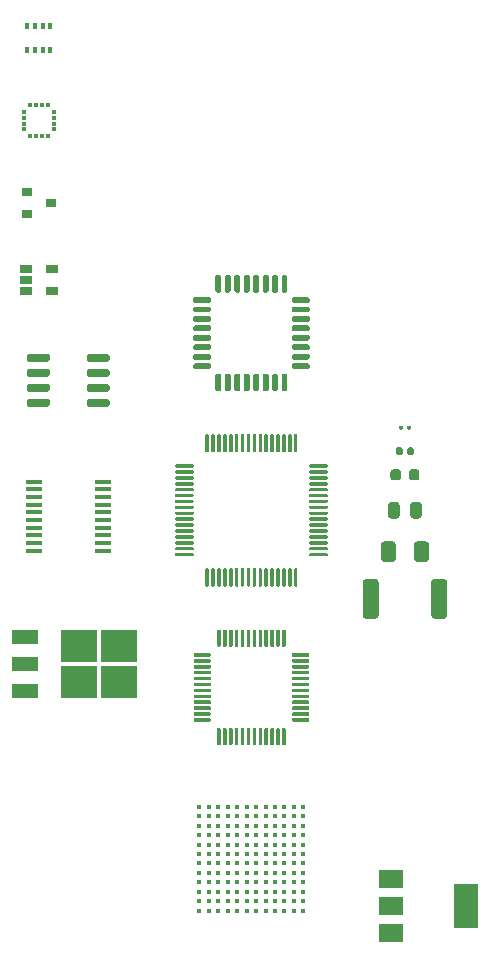
<source format=gbr>
G04 #@! TF.GenerationSoftware,KiCad,Pcbnew,5.1.8-1.fc33*
G04 #@! TF.CreationDate,2021-01-13T18:10:52+01:00*
G04 #@! TF.ProjectId,holder,686f6c64-6572-42e6-9b69-6361645f7063,rev?*
G04 #@! TF.SameCoordinates,Original*
G04 #@! TF.FileFunction,Paste,Top*
G04 #@! TF.FilePolarity,Positive*
%FSLAX46Y46*%
G04 Gerber Fmt 4.6, Leading zero omitted, Abs format (unit mm)*
G04 Created by KiCad (PCBNEW 5.1.8-1.fc33) date 2021-01-13 18:10:52*
%MOMM*%
%LPD*%
G01*
G04 APERTURE LIST*
%ADD10R,2.000000X1.500000*%
%ADD11R,2.000000X3.800000*%
%ADD12C,0.400000*%
%ADD13R,1.060000X0.650000*%
%ADD14R,0.900000X0.800000*%
%ADD15R,3.050000X2.750000*%
%ADD16R,2.200000X1.200000*%
%ADD17R,1.450000X0.450000*%
%ADD18R,0.450000X0.300000*%
%ADD19R,0.300000X0.450000*%
%ADD20R,0.350000X0.500000*%
G04 APERTURE END LIST*
D10*
X200850000Y-135200000D03*
X200850000Y-139800000D03*
X200850000Y-137500000D03*
D11*
X207150000Y-137500000D03*
D12*
X193400000Y-137900000D03*
X192600000Y-137900000D03*
X191800000Y-137900000D03*
X191000000Y-137900000D03*
X190200000Y-137900000D03*
X189400000Y-137900000D03*
X188600000Y-137900000D03*
X187800000Y-137900000D03*
X187000000Y-137900000D03*
X186200000Y-137900000D03*
X185400000Y-137900000D03*
X184600000Y-137900000D03*
X193400000Y-137100000D03*
X192600000Y-137100000D03*
X191800000Y-137100000D03*
X191000000Y-137100000D03*
X190200000Y-137100000D03*
X189400000Y-137100000D03*
X188600000Y-137100000D03*
X187800000Y-137100000D03*
X187000000Y-137100000D03*
X186200000Y-137100000D03*
X185400000Y-137100000D03*
X184600000Y-137100000D03*
X193400000Y-136300000D03*
X192600000Y-136300000D03*
X191800000Y-136300000D03*
X191000000Y-136300000D03*
X190200000Y-136300000D03*
X189400000Y-136300000D03*
X188600000Y-136300000D03*
X187800000Y-136300000D03*
X187000000Y-136300000D03*
X186200000Y-136300000D03*
X185400000Y-136300000D03*
X184600000Y-136300000D03*
X193400000Y-135500000D03*
X192600000Y-135500000D03*
X191800000Y-135500000D03*
X191000000Y-135500000D03*
X190200000Y-135500000D03*
X189400000Y-135500000D03*
X188600000Y-135500000D03*
X187800000Y-135500000D03*
X187000000Y-135500000D03*
X186200000Y-135500000D03*
X185400000Y-135500000D03*
X184600000Y-135500000D03*
X193400000Y-134700000D03*
X192600000Y-134700000D03*
X191800000Y-134700000D03*
X191000000Y-134700000D03*
X190200000Y-134700000D03*
X189400000Y-134700000D03*
X188600000Y-134700000D03*
X187800000Y-134700000D03*
X187000000Y-134700000D03*
X186200000Y-134700000D03*
X185400000Y-134700000D03*
X184600000Y-134700000D03*
X193400000Y-133900000D03*
X192600000Y-133900000D03*
X191800000Y-133900000D03*
X191000000Y-133900000D03*
X190200000Y-133900000D03*
X189400000Y-133900000D03*
X188600000Y-133900000D03*
X187800000Y-133900000D03*
X187000000Y-133900000D03*
X186200000Y-133900000D03*
X185400000Y-133900000D03*
X184600000Y-133900000D03*
X193400000Y-133100000D03*
X192600000Y-133100000D03*
X191800000Y-133100000D03*
X191000000Y-133100000D03*
X190200000Y-133100000D03*
X189400000Y-133100000D03*
X188600000Y-133100000D03*
X187800000Y-133100000D03*
X187000000Y-133100000D03*
X186200000Y-133100000D03*
X185400000Y-133100000D03*
X184600000Y-133100000D03*
X193400000Y-132300000D03*
X192600000Y-132300000D03*
X191800000Y-132300000D03*
X191000000Y-132300000D03*
X190200000Y-132300000D03*
X189400000Y-132300000D03*
X188600000Y-132300000D03*
X187800000Y-132300000D03*
X187000000Y-132300000D03*
X186200000Y-132300000D03*
X185400000Y-132300000D03*
X184600000Y-132300000D03*
X193400000Y-131500000D03*
X192600000Y-131500000D03*
X191800000Y-131500000D03*
X191000000Y-131500000D03*
X190200000Y-131500000D03*
X189400000Y-131500000D03*
X188600000Y-131500000D03*
X187800000Y-131500000D03*
X187000000Y-131500000D03*
X186200000Y-131500000D03*
X185400000Y-131500000D03*
X184600000Y-131500000D03*
X193400000Y-130700000D03*
X192600000Y-130700000D03*
X191800000Y-130700000D03*
X191000000Y-130700000D03*
X190200000Y-130700000D03*
X189400000Y-130700000D03*
X188600000Y-130700000D03*
X187800000Y-130700000D03*
X187000000Y-130700000D03*
X186200000Y-130700000D03*
X185400000Y-130700000D03*
X184600000Y-130700000D03*
X193400000Y-129900000D03*
X192600000Y-129900000D03*
X191800000Y-129900000D03*
X191000000Y-129900000D03*
X190200000Y-129900000D03*
X189400000Y-129900000D03*
X188600000Y-129900000D03*
X187800000Y-129900000D03*
X187000000Y-129900000D03*
X186200000Y-129900000D03*
X185400000Y-129900000D03*
X184600000Y-129900000D03*
X193400000Y-129100000D03*
X192600000Y-129100000D03*
X191800000Y-129100000D03*
X191000000Y-129100000D03*
X190200000Y-129100000D03*
X189400000Y-129100000D03*
X188600000Y-129100000D03*
X187800000Y-129100000D03*
X187000000Y-129100000D03*
X186200000Y-129100000D03*
X185400000Y-129100000D03*
X184600000Y-129100000D03*
G36*
G01*
X204225000Y-112925001D02*
X204225000Y-110074999D01*
G75*
G02*
X204474999Y-109825000I249999J0D01*
G01*
X205325001Y-109825000D01*
G75*
G02*
X205575000Y-110074999I0J-249999D01*
G01*
X205575000Y-112925001D01*
G75*
G02*
X205325001Y-113175000I-249999J0D01*
G01*
X204474999Y-113175000D01*
G75*
G02*
X204225000Y-112925001I0J249999D01*
G01*
G37*
G36*
G01*
X198425000Y-112925001D02*
X198425000Y-110074999D01*
G75*
G02*
X198674999Y-109825000I249999J0D01*
G01*
X199525001Y-109825000D01*
G75*
G02*
X199775000Y-110074999I0J-249999D01*
G01*
X199775000Y-112925001D01*
G75*
G02*
X199525001Y-113175000I-249999J0D01*
G01*
X198674999Y-113175000D01*
G75*
G02*
X198425000Y-112925001I0J249999D01*
G01*
G37*
G36*
G01*
X202775000Y-108125000D02*
X202775000Y-106875000D01*
G75*
G02*
X203025000Y-106625000I250000J0D01*
G01*
X203775000Y-106625000D01*
G75*
G02*
X204025000Y-106875000I0J-250000D01*
G01*
X204025000Y-108125000D01*
G75*
G02*
X203775000Y-108375000I-250000J0D01*
G01*
X203025000Y-108375000D01*
G75*
G02*
X202775000Y-108125000I0J250000D01*
G01*
G37*
G36*
G01*
X199975000Y-108125000D02*
X199975000Y-106875000D01*
G75*
G02*
X200225000Y-106625000I250000J0D01*
G01*
X200975000Y-106625000D01*
G75*
G02*
X201225000Y-106875000I0J-250000D01*
G01*
X201225000Y-108125000D01*
G75*
G02*
X200975000Y-108375000I-250000J0D01*
G01*
X200225000Y-108375000D01*
G75*
G02*
X199975000Y-108125000I0J250000D01*
G01*
G37*
G36*
G01*
X202450000Y-104456250D02*
X202450000Y-103543750D01*
G75*
G02*
X202693750Y-103300000I243750J0D01*
G01*
X203181250Y-103300000D01*
G75*
G02*
X203425000Y-103543750I0J-243750D01*
G01*
X203425000Y-104456250D01*
G75*
G02*
X203181250Y-104700000I-243750J0D01*
G01*
X202693750Y-104700000D01*
G75*
G02*
X202450000Y-104456250I0J243750D01*
G01*
G37*
G36*
G01*
X200575000Y-104456250D02*
X200575000Y-103543750D01*
G75*
G02*
X200818750Y-103300000I243750J0D01*
G01*
X201306250Y-103300000D01*
G75*
G02*
X201550000Y-103543750I0J-243750D01*
G01*
X201550000Y-104456250D01*
G75*
G02*
X201306250Y-104700000I-243750J0D01*
G01*
X200818750Y-104700000D01*
G75*
G02*
X200575000Y-104456250I0J243750D01*
G01*
G37*
G36*
G01*
X202350000Y-101256250D02*
X202350000Y-100743750D01*
G75*
G02*
X202568750Y-100525000I218750J0D01*
G01*
X203006250Y-100525000D01*
G75*
G02*
X203225000Y-100743750I0J-218750D01*
G01*
X203225000Y-101256250D01*
G75*
G02*
X203006250Y-101475000I-218750J0D01*
G01*
X202568750Y-101475000D01*
G75*
G02*
X202350000Y-101256250I0J218750D01*
G01*
G37*
G36*
G01*
X200775000Y-101256250D02*
X200775000Y-100743750D01*
G75*
G02*
X200993750Y-100525000I218750J0D01*
G01*
X201431250Y-100525000D01*
G75*
G02*
X201650000Y-100743750I0J-218750D01*
G01*
X201650000Y-101256250D01*
G75*
G02*
X201431250Y-101475000I-218750J0D01*
G01*
X200993750Y-101475000D01*
G75*
G02*
X200775000Y-101256250I0J218750D01*
G01*
G37*
G36*
G01*
X202190000Y-99172500D02*
X202190000Y-98827500D01*
G75*
G02*
X202337500Y-98680000I147500J0D01*
G01*
X202632500Y-98680000D01*
G75*
G02*
X202780000Y-98827500I0J-147500D01*
G01*
X202780000Y-99172500D01*
G75*
G02*
X202632500Y-99320000I-147500J0D01*
G01*
X202337500Y-99320000D01*
G75*
G02*
X202190000Y-99172500I0J147500D01*
G01*
G37*
G36*
G01*
X201220000Y-99172500D02*
X201220000Y-98827500D01*
G75*
G02*
X201367500Y-98680000I147500J0D01*
G01*
X201662500Y-98680000D01*
G75*
G02*
X201810000Y-98827500I0J-147500D01*
G01*
X201810000Y-99172500D01*
G75*
G02*
X201662500Y-99320000I-147500J0D01*
G01*
X201367500Y-99320000D01*
G75*
G02*
X201220000Y-99172500I0J147500D01*
G01*
G37*
G36*
G01*
X202186000Y-97100500D02*
X202186000Y-96899500D01*
G75*
G02*
X202265500Y-96820000I79500J0D01*
G01*
X202424500Y-96820000D01*
G75*
G02*
X202504000Y-96899500I0J-79500D01*
G01*
X202504000Y-97100500D01*
G75*
G02*
X202424500Y-97180000I-79500J0D01*
G01*
X202265500Y-97180000D01*
G75*
G02*
X202186000Y-97100500I0J79500D01*
G01*
G37*
G36*
G01*
X201496000Y-97100500D02*
X201496000Y-96899500D01*
G75*
G02*
X201575500Y-96820000I79500J0D01*
G01*
X201734500Y-96820000D01*
G75*
G02*
X201814000Y-96899500I0J-79500D01*
G01*
X201814000Y-97100500D01*
G75*
G02*
X201734500Y-97180000I-79500J0D01*
G01*
X201575500Y-97180000D01*
G75*
G02*
X201496000Y-97100500I0J79500D01*
G01*
G37*
D13*
X172100000Y-83550000D03*
X172100000Y-85450000D03*
X169900000Y-85450000D03*
X169900000Y-84500000D03*
X169900000Y-83550000D03*
D14*
X172000000Y-78000000D03*
X170000000Y-78950000D03*
X170000000Y-77050000D03*
D15*
X174425000Y-118525000D03*
X177775000Y-115475000D03*
X174425000Y-115475000D03*
X177775000Y-118525000D03*
D16*
X169800000Y-119280000D03*
X169800000Y-117000000D03*
X169800000Y-114720000D03*
G36*
G01*
X175050000Y-91257500D02*
X175050000Y-90932500D01*
G75*
G02*
X175212500Y-90770000I162500J0D01*
G01*
X176862500Y-90770000D01*
G75*
G02*
X177025000Y-90932500I0J-162500D01*
G01*
X177025000Y-91257500D01*
G75*
G02*
X176862500Y-91420000I-162500J0D01*
G01*
X175212500Y-91420000D01*
G75*
G02*
X175050000Y-91257500I0J162500D01*
G01*
G37*
G36*
G01*
X175050000Y-92527500D02*
X175050000Y-92202500D01*
G75*
G02*
X175212500Y-92040000I162500J0D01*
G01*
X176862500Y-92040000D01*
G75*
G02*
X177025000Y-92202500I0J-162500D01*
G01*
X177025000Y-92527500D01*
G75*
G02*
X176862500Y-92690000I-162500J0D01*
G01*
X175212500Y-92690000D01*
G75*
G02*
X175050000Y-92527500I0J162500D01*
G01*
G37*
G36*
G01*
X175050000Y-93797500D02*
X175050000Y-93472500D01*
G75*
G02*
X175212500Y-93310000I162500J0D01*
G01*
X176862500Y-93310000D01*
G75*
G02*
X177025000Y-93472500I0J-162500D01*
G01*
X177025000Y-93797500D01*
G75*
G02*
X176862500Y-93960000I-162500J0D01*
G01*
X175212500Y-93960000D01*
G75*
G02*
X175050000Y-93797500I0J162500D01*
G01*
G37*
G36*
G01*
X175050000Y-95067500D02*
X175050000Y-94742500D01*
G75*
G02*
X175212500Y-94580000I162500J0D01*
G01*
X176862500Y-94580000D01*
G75*
G02*
X177025000Y-94742500I0J-162500D01*
G01*
X177025000Y-95067500D01*
G75*
G02*
X176862500Y-95230000I-162500J0D01*
G01*
X175212500Y-95230000D01*
G75*
G02*
X175050000Y-95067500I0J162500D01*
G01*
G37*
G36*
G01*
X169975000Y-95067500D02*
X169975000Y-94742500D01*
G75*
G02*
X170137500Y-94580000I162500J0D01*
G01*
X171787500Y-94580000D01*
G75*
G02*
X171950000Y-94742500I0J-162500D01*
G01*
X171950000Y-95067500D01*
G75*
G02*
X171787500Y-95230000I-162500J0D01*
G01*
X170137500Y-95230000D01*
G75*
G02*
X169975000Y-95067500I0J162500D01*
G01*
G37*
G36*
G01*
X169975000Y-93797500D02*
X169975000Y-93472500D01*
G75*
G02*
X170137500Y-93310000I162500J0D01*
G01*
X171787500Y-93310000D01*
G75*
G02*
X171950000Y-93472500I0J-162500D01*
G01*
X171950000Y-93797500D01*
G75*
G02*
X171787500Y-93960000I-162500J0D01*
G01*
X170137500Y-93960000D01*
G75*
G02*
X169975000Y-93797500I0J162500D01*
G01*
G37*
G36*
G01*
X169975000Y-92527500D02*
X169975000Y-92202500D01*
G75*
G02*
X170137500Y-92040000I162500J0D01*
G01*
X171787500Y-92040000D01*
G75*
G02*
X171950000Y-92202500I0J-162500D01*
G01*
X171950000Y-92527500D01*
G75*
G02*
X171787500Y-92690000I-162500J0D01*
G01*
X170137500Y-92690000D01*
G75*
G02*
X169975000Y-92527500I0J162500D01*
G01*
G37*
G36*
G01*
X169975000Y-91257500D02*
X169975000Y-90932500D01*
G75*
G02*
X170137500Y-90770000I162500J0D01*
G01*
X171787500Y-90770000D01*
G75*
G02*
X171950000Y-90932500I0J-162500D01*
G01*
X171950000Y-91257500D01*
G75*
G02*
X171787500Y-91420000I-162500J0D01*
G01*
X170137500Y-91420000D01*
G75*
G02*
X169975000Y-91257500I0J162500D01*
G01*
G37*
D17*
X176450000Y-101575000D03*
X176450000Y-102225000D03*
X176450000Y-102875000D03*
X176450000Y-103525000D03*
X176450000Y-104175000D03*
X176450000Y-104825000D03*
X176450000Y-105475000D03*
X176450000Y-106125000D03*
X176450000Y-106775000D03*
X176450000Y-107425000D03*
X170550000Y-107425000D03*
X170550000Y-106775000D03*
X170550000Y-106125000D03*
X170550000Y-105475000D03*
X170550000Y-104825000D03*
X170550000Y-104175000D03*
X170550000Y-103525000D03*
X170550000Y-102875000D03*
X170550000Y-102225000D03*
X170550000Y-101575000D03*
D18*
X172275000Y-71250000D03*
X172275000Y-70750000D03*
X172275000Y-70250000D03*
X172275000Y-71750000D03*
D19*
X170250000Y-72275000D03*
X171250000Y-72275000D03*
X170750000Y-72275000D03*
X171750000Y-72275000D03*
D18*
X169725000Y-71750000D03*
X169725000Y-71250000D03*
X169725000Y-70750000D03*
X169725000Y-70250000D03*
D19*
X171250000Y-69725000D03*
X170750000Y-69725000D03*
X170250000Y-69725000D03*
X171750000Y-69725000D03*
D20*
X171975000Y-65025000D03*
X171325000Y-65025000D03*
X170675000Y-65025000D03*
X170025000Y-65025000D03*
X170025000Y-62975000D03*
X170675000Y-62975000D03*
X171325000Y-62975000D03*
X171975000Y-62975000D03*
G36*
G01*
X186100000Y-115500000D02*
X186100000Y-114175000D01*
G75*
G02*
X186175000Y-114100000I75000J0D01*
G01*
X186325000Y-114100000D01*
G75*
G02*
X186400000Y-114175000I0J-75000D01*
G01*
X186400000Y-115500000D01*
G75*
G02*
X186325000Y-115575000I-75000J0D01*
G01*
X186175000Y-115575000D01*
G75*
G02*
X186100000Y-115500000I0J75000D01*
G01*
G37*
G36*
G01*
X186600000Y-115500000D02*
X186600000Y-114175000D01*
G75*
G02*
X186675000Y-114100000I75000J0D01*
G01*
X186825000Y-114100000D01*
G75*
G02*
X186900000Y-114175000I0J-75000D01*
G01*
X186900000Y-115500000D01*
G75*
G02*
X186825000Y-115575000I-75000J0D01*
G01*
X186675000Y-115575000D01*
G75*
G02*
X186600000Y-115500000I0J75000D01*
G01*
G37*
G36*
G01*
X187100000Y-115500000D02*
X187100000Y-114175000D01*
G75*
G02*
X187175000Y-114100000I75000J0D01*
G01*
X187325000Y-114100000D01*
G75*
G02*
X187400000Y-114175000I0J-75000D01*
G01*
X187400000Y-115500000D01*
G75*
G02*
X187325000Y-115575000I-75000J0D01*
G01*
X187175000Y-115575000D01*
G75*
G02*
X187100000Y-115500000I0J75000D01*
G01*
G37*
G36*
G01*
X187600000Y-115500000D02*
X187600000Y-114175000D01*
G75*
G02*
X187675000Y-114100000I75000J0D01*
G01*
X187825000Y-114100000D01*
G75*
G02*
X187900000Y-114175000I0J-75000D01*
G01*
X187900000Y-115500000D01*
G75*
G02*
X187825000Y-115575000I-75000J0D01*
G01*
X187675000Y-115575000D01*
G75*
G02*
X187600000Y-115500000I0J75000D01*
G01*
G37*
G36*
G01*
X188100000Y-115500000D02*
X188100000Y-114175000D01*
G75*
G02*
X188175000Y-114100000I75000J0D01*
G01*
X188325000Y-114100000D01*
G75*
G02*
X188400000Y-114175000I0J-75000D01*
G01*
X188400000Y-115500000D01*
G75*
G02*
X188325000Y-115575000I-75000J0D01*
G01*
X188175000Y-115575000D01*
G75*
G02*
X188100000Y-115500000I0J75000D01*
G01*
G37*
G36*
G01*
X188600000Y-115500000D02*
X188600000Y-114175000D01*
G75*
G02*
X188675000Y-114100000I75000J0D01*
G01*
X188825000Y-114100000D01*
G75*
G02*
X188900000Y-114175000I0J-75000D01*
G01*
X188900000Y-115500000D01*
G75*
G02*
X188825000Y-115575000I-75000J0D01*
G01*
X188675000Y-115575000D01*
G75*
G02*
X188600000Y-115500000I0J75000D01*
G01*
G37*
G36*
G01*
X189100000Y-115500000D02*
X189100000Y-114175000D01*
G75*
G02*
X189175000Y-114100000I75000J0D01*
G01*
X189325000Y-114100000D01*
G75*
G02*
X189400000Y-114175000I0J-75000D01*
G01*
X189400000Y-115500000D01*
G75*
G02*
X189325000Y-115575000I-75000J0D01*
G01*
X189175000Y-115575000D01*
G75*
G02*
X189100000Y-115500000I0J75000D01*
G01*
G37*
G36*
G01*
X189600000Y-115500000D02*
X189600000Y-114175000D01*
G75*
G02*
X189675000Y-114100000I75000J0D01*
G01*
X189825000Y-114100000D01*
G75*
G02*
X189900000Y-114175000I0J-75000D01*
G01*
X189900000Y-115500000D01*
G75*
G02*
X189825000Y-115575000I-75000J0D01*
G01*
X189675000Y-115575000D01*
G75*
G02*
X189600000Y-115500000I0J75000D01*
G01*
G37*
G36*
G01*
X190100000Y-115500000D02*
X190100000Y-114175000D01*
G75*
G02*
X190175000Y-114100000I75000J0D01*
G01*
X190325000Y-114100000D01*
G75*
G02*
X190400000Y-114175000I0J-75000D01*
G01*
X190400000Y-115500000D01*
G75*
G02*
X190325000Y-115575000I-75000J0D01*
G01*
X190175000Y-115575000D01*
G75*
G02*
X190100000Y-115500000I0J75000D01*
G01*
G37*
G36*
G01*
X190600000Y-115500000D02*
X190600000Y-114175000D01*
G75*
G02*
X190675000Y-114100000I75000J0D01*
G01*
X190825000Y-114100000D01*
G75*
G02*
X190900000Y-114175000I0J-75000D01*
G01*
X190900000Y-115500000D01*
G75*
G02*
X190825000Y-115575000I-75000J0D01*
G01*
X190675000Y-115575000D01*
G75*
G02*
X190600000Y-115500000I0J75000D01*
G01*
G37*
G36*
G01*
X191100000Y-115500000D02*
X191100000Y-114175000D01*
G75*
G02*
X191175000Y-114100000I75000J0D01*
G01*
X191325000Y-114100000D01*
G75*
G02*
X191400000Y-114175000I0J-75000D01*
G01*
X191400000Y-115500000D01*
G75*
G02*
X191325000Y-115575000I-75000J0D01*
G01*
X191175000Y-115575000D01*
G75*
G02*
X191100000Y-115500000I0J75000D01*
G01*
G37*
G36*
G01*
X191600000Y-115500000D02*
X191600000Y-114175000D01*
G75*
G02*
X191675000Y-114100000I75000J0D01*
G01*
X191825000Y-114100000D01*
G75*
G02*
X191900000Y-114175000I0J-75000D01*
G01*
X191900000Y-115500000D01*
G75*
G02*
X191825000Y-115575000I-75000J0D01*
G01*
X191675000Y-115575000D01*
G75*
G02*
X191600000Y-115500000I0J75000D01*
G01*
G37*
G36*
G01*
X192425000Y-116325000D02*
X192425000Y-116175000D01*
G75*
G02*
X192500000Y-116100000I75000J0D01*
G01*
X193825000Y-116100000D01*
G75*
G02*
X193900000Y-116175000I0J-75000D01*
G01*
X193900000Y-116325000D01*
G75*
G02*
X193825000Y-116400000I-75000J0D01*
G01*
X192500000Y-116400000D01*
G75*
G02*
X192425000Y-116325000I0J75000D01*
G01*
G37*
G36*
G01*
X192425000Y-116825000D02*
X192425000Y-116675000D01*
G75*
G02*
X192500000Y-116600000I75000J0D01*
G01*
X193825000Y-116600000D01*
G75*
G02*
X193900000Y-116675000I0J-75000D01*
G01*
X193900000Y-116825000D01*
G75*
G02*
X193825000Y-116900000I-75000J0D01*
G01*
X192500000Y-116900000D01*
G75*
G02*
X192425000Y-116825000I0J75000D01*
G01*
G37*
G36*
G01*
X192425000Y-117325000D02*
X192425000Y-117175000D01*
G75*
G02*
X192500000Y-117100000I75000J0D01*
G01*
X193825000Y-117100000D01*
G75*
G02*
X193900000Y-117175000I0J-75000D01*
G01*
X193900000Y-117325000D01*
G75*
G02*
X193825000Y-117400000I-75000J0D01*
G01*
X192500000Y-117400000D01*
G75*
G02*
X192425000Y-117325000I0J75000D01*
G01*
G37*
G36*
G01*
X192425000Y-117825000D02*
X192425000Y-117675000D01*
G75*
G02*
X192500000Y-117600000I75000J0D01*
G01*
X193825000Y-117600000D01*
G75*
G02*
X193900000Y-117675000I0J-75000D01*
G01*
X193900000Y-117825000D01*
G75*
G02*
X193825000Y-117900000I-75000J0D01*
G01*
X192500000Y-117900000D01*
G75*
G02*
X192425000Y-117825000I0J75000D01*
G01*
G37*
G36*
G01*
X192425000Y-118325000D02*
X192425000Y-118175000D01*
G75*
G02*
X192500000Y-118100000I75000J0D01*
G01*
X193825000Y-118100000D01*
G75*
G02*
X193900000Y-118175000I0J-75000D01*
G01*
X193900000Y-118325000D01*
G75*
G02*
X193825000Y-118400000I-75000J0D01*
G01*
X192500000Y-118400000D01*
G75*
G02*
X192425000Y-118325000I0J75000D01*
G01*
G37*
G36*
G01*
X192425000Y-118825000D02*
X192425000Y-118675000D01*
G75*
G02*
X192500000Y-118600000I75000J0D01*
G01*
X193825000Y-118600000D01*
G75*
G02*
X193900000Y-118675000I0J-75000D01*
G01*
X193900000Y-118825000D01*
G75*
G02*
X193825000Y-118900000I-75000J0D01*
G01*
X192500000Y-118900000D01*
G75*
G02*
X192425000Y-118825000I0J75000D01*
G01*
G37*
G36*
G01*
X192425000Y-119325000D02*
X192425000Y-119175000D01*
G75*
G02*
X192500000Y-119100000I75000J0D01*
G01*
X193825000Y-119100000D01*
G75*
G02*
X193900000Y-119175000I0J-75000D01*
G01*
X193900000Y-119325000D01*
G75*
G02*
X193825000Y-119400000I-75000J0D01*
G01*
X192500000Y-119400000D01*
G75*
G02*
X192425000Y-119325000I0J75000D01*
G01*
G37*
G36*
G01*
X192425000Y-119825000D02*
X192425000Y-119675000D01*
G75*
G02*
X192500000Y-119600000I75000J0D01*
G01*
X193825000Y-119600000D01*
G75*
G02*
X193900000Y-119675000I0J-75000D01*
G01*
X193900000Y-119825000D01*
G75*
G02*
X193825000Y-119900000I-75000J0D01*
G01*
X192500000Y-119900000D01*
G75*
G02*
X192425000Y-119825000I0J75000D01*
G01*
G37*
G36*
G01*
X192425000Y-120325000D02*
X192425000Y-120175000D01*
G75*
G02*
X192500000Y-120100000I75000J0D01*
G01*
X193825000Y-120100000D01*
G75*
G02*
X193900000Y-120175000I0J-75000D01*
G01*
X193900000Y-120325000D01*
G75*
G02*
X193825000Y-120400000I-75000J0D01*
G01*
X192500000Y-120400000D01*
G75*
G02*
X192425000Y-120325000I0J75000D01*
G01*
G37*
G36*
G01*
X192425000Y-120825000D02*
X192425000Y-120675000D01*
G75*
G02*
X192500000Y-120600000I75000J0D01*
G01*
X193825000Y-120600000D01*
G75*
G02*
X193900000Y-120675000I0J-75000D01*
G01*
X193900000Y-120825000D01*
G75*
G02*
X193825000Y-120900000I-75000J0D01*
G01*
X192500000Y-120900000D01*
G75*
G02*
X192425000Y-120825000I0J75000D01*
G01*
G37*
G36*
G01*
X192425000Y-121325000D02*
X192425000Y-121175000D01*
G75*
G02*
X192500000Y-121100000I75000J0D01*
G01*
X193825000Y-121100000D01*
G75*
G02*
X193900000Y-121175000I0J-75000D01*
G01*
X193900000Y-121325000D01*
G75*
G02*
X193825000Y-121400000I-75000J0D01*
G01*
X192500000Y-121400000D01*
G75*
G02*
X192425000Y-121325000I0J75000D01*
G01*
G37*
G36*
G01*
X192425000Y-121825000D02*
X192425000Y-121675000D01*
G75*
G02*
X192500000Y-121600000I75000J0D01*
G01*
X193825000Y-121600000D01*
G75*
G02*
X193900000Y-121675000I0J-75000D01*
G01*
X193900000Y-121825000D01*
G75*
G02*
X193825000Y-121900000I-75000J0D01*
G01*
X192500000Y-121900000D01*
G75*
G02*
X192425000Y-121825000I0J75000D01*
G01*
G37*
G36*
G01*
X191600000Y-123825000D02*
X191600000Y-122500000D01*
G75*
G02*
X191675000Y-122425000I75000J0D01*
G01*
X191825000Y-122425000D01*
G75*
G02*
X191900000Y-122500000I0J-75000D01*
G01*
X191900000Y-123825000D01*
G75*
G02*
X191825000Y-123900000I-75000J0D01*
G01*
X191675000Y-123900000D01*
G75*
G02*
X191600000Y-123825000I0J75000D01*
G01*
G37*
G36*
G01*
X191100000Y-123825000D02*
X191100000Y-122500000D01*
G75*
G02*
X191175000Y-122425000I75000J0D01*
G01*
X191325000Y-122425000D01*
G75*
G02*
X191400000Y-122500000I0J-75000D01*
G01*
X191400000Y-123825000D01*
G75*
G02*
X191325000Y-123900000I-75000J0D01*
G01*
X191175000Y-123900000D01*
G75*
G02*
X191100000Y-123825000I0J75000D01*
G01*
G37*
G36*
G01*
X190600000Y-123825000D02*
X190600000Y-122500000D01*
G75*
G02*
X190675000Y-122425000I75000J0D01*
G01*
X190825000Y-122425000D01*
G75*
G02*
X190900000Y-122500000I0J-75000D01*
G01*
X190900000Y-123825000D01*
G75*
G02*
X190825000Y-123900000I-75000J0D01*
G01*
X190675000Y-123900000D01*
G75*
G02*
X190600000Y-123825000I0J75000D01*
G01*
G37*
G36*
G01*
X190100000Y-123825000D02*
X190100000Y-122500000D01*
G75*
G02*
X190175000Y-122425000I75000J0D01*
G01*
X190325000Y-122425000D01*
G75*
G02*
X190400000Y-122500000I0J-75000D01*
G01*
X190400000Y-123825000D01*
G75*
G02*
X190325000Y-123900000I-75000J0D01*
G01*
X190175000Y-123900000D01*
G75*
G02*
X190100000Y-123825000I0J75000D01*
G01*
G37*
G36*
G01*
X189600000Y-123825000D02*
X189600000Y-122500000D01*
G75*
G02*
X189675000Y-122425000I75000J0D01*
G01*
X189825000Y-122425000D01*
G75*
G02*
X189900000Y-122500000I0J-75000D01*
G01*
X189900000Y-123825000D01*
G75*
G02*
X189825000Y-123900000I-75000J0D01*
G01*
X189675000Y-123900000D01*
G75*
G02*
X189600000Y-123825000I0J75000D01*
G01*
G37*
G36*
G01*
X189100000Y-123825000D02*
X189100000Y-122500000D01*
G75*
G02*
X189175000Y-122425000I75000J0D01*
G01*
X189325000Y-122425000D01*
G75*
G02*
X189400000Y-122500000I0J-75000D01*
G01*
X189400000Y-123825000D01*
G75*
G02*
X189325000Y-123900000I-75000J0D01*
G01*
X189175000Y-123900000D01*
G75*
G02*
X189100000Y-123825000I0J75000D01*
G01*
G37*
G36*
G01*
X188600000Y-123825000D02*
X188600000Y-122500000D01*
G75*
G02*
X188675000Y-122425000I75000J0D01*
G01*
X188825000Y-122425000D01*
G75*
G02*
X188900000Y-122500000I0J-75000D01*
G01*
X188900000Y-123825000D01*
G75*
G02*
X188825000Y-123900000I-75000J0D01*
G01*
X188675000Y-123900000D01*
G75*
G02*
X188600000Y-123825000I0J75000D01*
G01*
G37*
G36*
G01*
X188100000Y-123825000D02*
X188100000Y-122500000D01*
G75*
G02*
X188175000Y-122425000I75000J0D01*
G01*
X188325000Y-122425000D01*
G75*
G02*
X188400000Y-122500000I0J-75000D01*
G01*
X188400000Y-123825000D01*
G75*
G02*
X188325000Y-123900000I-75000J0D01*
G01*
X188175000Y-123900000D01*
G75*
G02*
X188100000Y-123825000I0J75000D01*
G01*
G37*
G36*
G01*
X187600000Y-123825000D02*
X187600000Y-122500000D01*
G75*
G02*
X187675000Y-122425000I75000J0D01*
G01*
X187825000Y-122425000D01*
G75*
G02*
X187900000Y-122500000I0J-75000D01*
G01*
X187900000Y-123825000D01*
G75*
G02*
X187825000Y-123900000I-75000J0D01*
G01*
X187675000Y-123900000D01*
G75*
G02*
X187600000Y-123825000I0J75000D01*
G01*
G37*
G36*
G01*
X187100000Y-123825000D02*
X187100000Y-122500000D01*
G75*
G02*
X187175000Y-122425000I75000J0D01*
G01*
X187325000Y-122425000D01*
G75*
G02*
X187400000Y-122500000I0J-75000D01*
G01*
X187400000Y-123825000D01*
G75*
G02*
X187325000Y-123900000I-75000J0D01*
G01*
X187175000Y-123900000D01*
G75*
G02*
X187100000Y-123825000I0J75000D01*
G01*
G37*
G36*
G01*
X186600000Y-123825000D02*
X186600000Y-122500000D01*
G75*
G02*
X186675000Y-122425000I75000J0D01*
G01*
X186825000Y-122425000D01*
G75*
G02*
X186900000Y-122500000I0J-75000D01*
G01*
X186900000Y-123825000D01*
G75*
G02*
X186825000Y-123900000I-75000J0D01*
G01*
X186675000Y-123900000D01*
G75*
G02*
X186600000Y-123825000I0J75000D01*
G01*
G37*
G36*
G01*
X186100000Y-123825000D02*
X186100000Y-122500000D01*
G75*
G02*
X186175000Y-122425000I75000J0D01*
G01*
X186325000Y-122425000D01*
G75*
G02*
X186400000Y-122500000I0J-75000D01*
G01*
X186400000Y-123825000D01*
G75*
G02*
X186325000Y-123900000I-75000J0D01*
G01*
X186175000Y-123900000D01*
G75*
G02*
X186100000Y-123825000I0J75000D01*
G01*
G37*
G36*
G01*
X184100000Y-121825000D02*
X184100000Y-121675000D01*
G75*
G02*
X184175000Y-121600000I75000J0D01*
G01*
X185500000Y-121600000D01*
G75*
G02*
X185575000Y-121675000I0J-75000D01*
G01*
X185575000Y-121825000D01*
G75*
G02*
X185500000Y-121900000I-75000J0D01*
G01*
X184175000Y-121900000D01*
G75*
G02*
X184100000Y-121825000I0J75000D01*
G01*
G37*
G36*
G01*
X184100000Y-121325000D02*
X184100000Y-121175000D01*
G75*
G02*
X184175000Y-121100000I75000J0D01*
G01*
X185500000Y-121100000D01*
G75*
G02*
X185575000Y-121175000I0J-75000D01*
G01*
X185575000Y-121325000D01*
G75*
G02*
X185500000Y-121400000I-75000J0D01*
G01*
X184175000Y-121400000D01*
G75*
G02*
X184100000Y-121325000I0J75000D01*
G01*
G37*
G36*
G01*
X184100000Y-120825000D02*
X184100000Y-120675000D01*
G75*
G02*
X184175000Y-120600000I75000J0D01*
G01*
X185500000Y-120600000D01*
G75*
G02*
X185575000Y-120675000I0J-75000D01*
G01*
X185575000Y-120825000D01*
G75*
G02*
X185500000Y-120900000I-75000J0D01*
G01*
X184175000Y-120900000D01*
G75*
G02*
X184100000Y-120825000I0J75000D01*
G01*
G37*
G36*
G01*
X184100000Y-120325000D02*
X184100000Y-120175000D01*
G75*
G02*
X184175000Y-120100000I75000J0D01*
G01*
X185500000Y-120100000D01*
G75*
G02*
X185575000Y-120175000I0J-75000D01*
G01*
X185575000Y-120325000D01*
G75*
G02*
X185500000Y-120400000I-75000J0D01*
G01*
X184175000Y-120400000D01*
G75*
G02*
X184100000Y-120325000I0J75000D01*
G01*
G37*
G36*
G01*
X184100000Y-119825000D02*
X184100000Y-119675000D01*
G75*
G02*
X184175000Y-119600000I75000J0D01*
G01*
X185500000Y-119600000D01*
G75*
G02*
X185575000Y-119675000I0J-75000D01*
G01*
X185575000Y-119825000D01*
G75*
G02*
X185500000Y-119900000I-75000J0D01*
G01*
X184175000Y-119900000D01*
G75*
G02*
X184100000Y-119825000I0J75000D01*
G01*
G37*
G36*
G01*
X184100000Y-119325000D02*
X184100000Y-119175000D01*
G75*
G02*
X184175000Y-119100000I75000J0D01*
G01*
X185500000Y-119100000D01*
G75*
G02*
X185575000Y-119175000I0J-75000D01*
G01*
X185575000Y-119325000D01*
G75*
G02*
X185500000Y-119400000I-75000J0D01*
G01*
X184175000Y-119400000D01*
G75*
G02*
X184100000Y-119325000I0J75000D01*
G01*
G37*
G36*
G01*
X184100000Y-118825000D02*
X184100000Y-118675000D01*
G75*
G02*
X184175000Y-118600000I75000J0D01*
G01*
X185500000Y-118600000D01*
G75*
G02*
X185575000Y-118675000I0J-75000D01*
G01*
X185575000Y-118825000D01*
G75*
G02*
X185500000Y-118900000I-75000J0D01*
G01*
X184175000Y-118900000D01*
G75*
G02*
X184100000Y-118825000I0J75000D01*
G01*
G37*
G36*
G01*
X184100000Y-118325000D02*
X184100000Y-118175000D01*
G75*
G02*
X184175000Y-118100000I75000J0D01*
G01*
X185500000Y-118100000D01*
G75*
G02*
X185575000Y-118175000I0J-75000D01*
G01*
X185575000Y-118325000D01*
G75*
G02*
X185500000Y-118400000I-75000J0D01*
G01*
X184175000Y-118400000D01*
G75*
G02*
X184100000Y-118325000I0J75000D01*
G01*
G37*
G36*
G01*
X184100000Y-117825000D02*
X184100000Y-117675000D01*
G75*
G02*
X184175000Y-117600000I75000J0D01*
G01*
X185500000Y-117600000D01*
G75*
G02*
X185575000Y-117675000I0J-75000D01*
G01*
X185575000Y-117825000D01*
G75*
G02*
X185500000Y-117900000I-75000J0D01*
G01*
X184175000Y-117900000D01*
G75*
G02*
X184100000Y-117825000I0J75000D01*
G01*
G37*
G36*
G01*
X184100000Y-117325000D02*
X184100000Y-117175000D01*
G75*
G02*
X184175000Y-117100000I75000J0D01*
G01*
X185500000Y-117100000D01*
G75*
G02*
X185575000Y-117175000I0J-75000D01*
G01*
X185575000Y-117325000D01*
G75*
G02*
X185500000Y-117400000I-75000J0D01*
G01*
X184175000Y-117400000D01*
G75*
G02*
X184100000Y-117325000I0J75000D01*
G01*
G37*
G36*
G01*
X184100000Y-116825000D02*
X184100000Y-116675000D01*
G75*
G02*
X184175000Y-116600000I75000J0D01*
G01*
X185500000Y-116600000D01*
G75*
G02*
X185575000Y-116675000I0J-75000D01*
G01*
X185575000Y-116825000D01*
G75*
G02*
X185500000Y-116900000I-75000J0D01*
G01*
X184175000Y-116900000D01*
G75*
G02*
X184100000Y-116825000I0J75000D01*
G01*
G37*
G36*
G01*
X184100000Y-116325000D02*
X184100000Y-116175000D01*
G75*
G02*
X184175000Y-116100000I75000J0D01*
G01*
X185500000Y-116100000D01*
G75*
G02*
X185575000Y-116175000I0J-75000D01*
G01*
X185575000Y-116325000D01*
G75*
G02*
X185500000Y-116400000I-75000J0D01*
G01*
X184175000Y-116400000D01*
G75*
G02*
X184100000Y-116325000I0J75000D01*
G01*
G37*
G36*
G01*
X185950000Y-85450000D02*
X185950000Y-84200000D01*
G75*
G02*
X186075000Y-84075000I125000J0D01*
G01*
X186325000Y-84075000D01*
G75*
G02*
X186450000Y-84200000I0J-125000D01*
G01*
X186450000Y-85450000D01*
G75*
G02*
X186325000Y-85575000I-125000J0D01*
G01*
X186075000Y-85575000D01*
G75*
G02*
X185950000Y-85450000I0J125000D01*
G01*
G37*
G36*
G01*
X186750000Y-85450000D02*
X186750000Y-84200000D01*
G75*
G02*
X186875000Y-84075000I125000J0D01*
G01*
X187125000Y-84075000D01*
G75*
G02*
X187250000Y-84200000I0J-125000D01*
G01*
X187250000Y-85450000D01*
G75*
G02*
X187125000Y-85575000I-125000J0D01*
G01*
X186875000Y-85575000D01*
G75*
G02*
X186750000Y-85450000I0J125000D01*
G01*
G37*
G36*
G01*
X187550000Y-85450000D02*
X187550000Y-84200000D01*
G75*
G02*
X187675000Y-84075000I125000J0D01*
G01*
X187925000Y-84075000D01*
G75*
G02*
X188050000Y-84200000I0J-125000D01*
G01*
X188050000Y-85450000D01*
G75*
G02*
X187925000Y-85575000I-125000J0D01*
G01*
X187675000Y-85575000D01*
G75*
G02*
X187550000Y-85450000I0J125000D01*
G01*
G37*
G36*
G01*
X188350000Y-85450000D02*
X188350000Y-84200000D01*
G75*
G02*
X188475000Y-84075000I125000J0D01*
G01*
X188725000Y-84075000D01*
G75*
G02*
X188850000Y-84200000I0J-125000D01*
G01*
X188850000Y-85450000D01*
G75*
G02*
X188725000Y-85575000I-125000J0D01*
G01*
X188475000Y-85575000D01*
G75*
G02*
X188350000Y-85450000I0J125000D01*
G01*
G37*
G36*
G01*
X189150000Y-85450000D02*
X189150000Y-84200000D01*
G75*
G02*
X189275000Y-84075000I125000J0D01*
G01*
X189525000Y-84075000D01*
G75*
G02*
X189650000Y-84200000I0J-125000D01*
G01*
X189650000Y-85450000D01*
G75*
G02*
X189525000Y-85575000I-125000J0D01*
G01*
X189275000Y-85575000D01*
G75*
G02*
X189150000Y-85450000I0J125000D01*
G01*
G37*
G36*
G01*
X189950000Y-85450000D02*
X189950000Y-84200000D01*
G75*
G02*
X190075000Y-84075000I125000J0D01*
G01*
X190325000Y-84075000D01*
G75*
G02*
X190450000Y-84200000I0J-125000D01*
G01*
X190450000Y-85450000D01*
G75*
G02*
X190325000Y-85575000I-125000J0D01*
G01*
X190075000Y-85575000D01*
G75*
G02*
X189950000Y-85450000I0J125000D01*
G01*
G37*
G36*
G01*
X190750000Y-85450000D02*
X190750000Y-84200000D01*
G75*
G02*
X190875000Y-84075000I125000J0D01*
G01*
X191125000Y-84075000D01*
G75*
G02*
X191250000Y-84200000I0J-125000D01*
G01*
X191250000Y-85450000D01*
G75*
G02*
X191125000Y-85575000I-125000J0D01*
G01*
X190875000Y-85575000D01*
G75*
G02*
X190750000Y-85450000I0J125000D01*
G01*
G37*
G36*
G01*
X191550000Y-85450000D02*
X191550000Y-84200000D01*
G75*
G02*
X191675000Y-84075000I125000J0D01*
G01*
X191925000Y-84075000D01*
G75*
G02*
X192050000Y-84200000I0J-125000D01*
G01*
X192050000Y-85450000D01*
G75*
G02*
X191925000Y-85575000I-125000J0D01*
G01*
X191675000Y-85575000D01*
G75*
G02*
X191550000Y-85450000I0J125000D01*
G01*
G37*
G36*
G01*
X192425000Y-86325000D02*
X192425000Y-86075000D01*
G75*
G02*
X192550000Y-85950000I125000J0D01*
G01*
X193800000Y-85950000D01*
G75*
G02*
X193925000Y-86075000I0J-125000D01*
G01*
X193925000Y-86325000D01*
G75*
G02*
X193800000Y-86450000I-125000J0D01*
G01*
X192550000Y-86450000D01*
G75*
G02*
X192425000Y-86325000I0J125000D01*
G01*
G37*
G36*
G01*
X192425000Y-87125000D02*
X192425000Y-86875000D01*
G75*
G02*
X192550000Y-86750000I125000J0D01*
G01*
X193800000Y-86750000D01*
G75*
G02*
X193925000Y-86875000I0J-125000D01*
G01*
X193925000Y-87125000D01*
G75*
G02*
X193800000Y-87250000I-125000J0D01*
G01*
X192550000Y-87250000D01*
G75*
G02*
X192425000Y-87125000I0J125000D01*
G01*
G37*
G36*
G01*
X192425000Y-87925000D02*
X192425000Y-87675000D01*
G75*
G02*
X192550000Y-87550000I125000J0D01*
G01*
X193800000Y-87550000D01*
G75*
G02*
X193925000Y-87675000I0J-125000D01*
G01*
X193925000Y-87925000D01*
G75*
G02*
X193800000Y-88050000I-125000J0D01*
G01*
X192550000Y-88050000D01*
G75*
G02*
X192425000Y-87925000I0J125000D01*
G01*
G37*
G36*
G01*
X192425000Y-88725000D02*
X192425000Y-88475000D01*
G75*
G02*
X192550000Y-88350000I125000J0D01*
G01*
X193800000Y-88350000D01*
G75*
G02*
X193925000Y-88475000I0J-125000D01*
G01*
X193925000Y-88725000D01*
G75*
G02*
X193800000Y-88850000I-125000J0D01*
G01*
X192550000Y-88850000D01*
G75*
G02*
X192425000Y-88725000I0J125000D01*
G01*
G37*
G36*
G01*
X192425000Y-89525000D02*
X192425000Y-89275000D01*
G75*
G02*
X192550000Y-89150000I125000J0D01*
G01*
X193800000Y-89150000D01*
G75*
G02*
X193925000Y-89275000I0J-125000D01*
G01*
X193925000Y-89525000D01*
G75*
G02*
X193800000Y-89650000I-125000J0D01*
G01*
X192550000Y-89650000D01*
G75*
G02*
X192425000Y-89525000I0J125000D01*
G01*
G37*
G36*
G01*
X192425000Y-90325000D02*
X192425000Y-90075000D01*
G75*
G02*
X192550000Y-89950000I125000J0D01*
G01*
X193800000Y-89950000D01*
G75*
G02*
X193925000Y-90075000I0J-125000D01*
G01*
X193925000Y-90325000D01*
G75*
G02*
X193800000Y-90450000I-125000J0D01*
G01*
X192550000Y-90450000D01*
G75*
G02*
X192425000Y-90325000I0J125000D01*
G01*
G37*
G36*
G01*
X192425000Y-91125000D02*
X192425000Y-90875000D01*
G75*
G02*
X192550000Y-90750000I125000J0D01*
G01*
X193800000Y-90750000D01*
G75*
G02*
X193925000Y-90875000I0J-125000D01*
G01*
X193925000Y-91125000D01*
G75*
G02*
X193800000Y-91250000I-125000J0D01*
G01*
X192550000Y-91250000D01*
G75*
G02*
X192425000Y-91125000I0J125000D01*
G01*
G37*
G36*
G01*
X192425000Y-91925000D02*
X192425000Y-91675000D01*
G75*
G02*
X192550000Y-91550000I125000J0D01*
G01*
X193800000Y-91550000D01*
G75*
G02*
X193925000Y-91675000I0J-125000D01*
G01*
X193925000Y-91925000D01*
G75*
G02*
X193800000Y-92050000I-125000J0D01*
G01*
X192550000Y-92050000D01*
G75*
G02*
X192425000Y-91925000I0J125000D01*
G01*
G37*
G36*
G01*
X191550000Y-93800000D02*
X191550000Y-92550000D01*
G75*
G02*
X191675000Y-92425000I125000J0D01*
G01*
X191925000Y-92425000D01*
G75*
G02*
X192050000Y-92550000I0J-125000D01*
G01*
X192050000Y-93800000D01*
G75*
G02*
X191925000Y-93925000I-125000J0D01*
G01*
X191675000Y-93925000D01*
G75*
G02*
X191550000Y-93800000I0J125000D01*
G01*
G37*
G36*
G01*
X190750000Y-93800000D02*
X190750000Y-92550000D01*
G75*
G02*
X190875000Y-92425000I125000J0D01*
G01*
X191125000Y-92425000D01*
G75*
G02*
X191250000Y-92550000I0J-125000D01*
G01*
X191250000Y-93800000D01*
G75*
G02*
X191125000Y-93925000I-125000J0D01*
G01*
X190875000Y-93925000D01*
G75*
G02*
X190750000Y-93800000I0J125000D01*
G01*
G37*
G36*
G01*
X189950000Y-93800000D02*
X189950000Y-92550000D01*
G75*
G02*
X190075000Y-92425000I125000J0D01*
G01*
X190325000Y-92425000D01*
G75*
G02*
X190450000Y-92550000I0J-125000D01*
G01*
X190450000Y-93800000D01*
G75*
G02*
X190325000Y-93925000I-125000J0D01*
G01*
X190075000Y-93925000D01*
G75*
G02*
X189950000Y-93800000I0J125000D01*
G01*
G37*
G36*
G01*
X189150000Y-93800000D02*
X189150000Y-92550000D01*
G75*
G02*
X189275000Y-92425000I125000J0D01*
G01*
X189525000Y-92425000D01*
G75*
G02*
X189650000Y-92550000I0J-125000D01*
G01*
X189650000Y-93800000D01*
G75*
G02*
X189525000Y-93925000I-125000J0D01*
G01*
X189275000Y-93925000D01*
G75*
G02*
X189150000Y-93800000I0J125000D01*
G01*
G37*
G36*
G01*
X188350000Y-93800000D02*
X188350000Y-92550000D01*
G75*
G02*
X188475000Y-92425000I125000J0D01*
G01*
X188725000Y-92425000D01*
G75*
G02*
X188850000Y-92550000I0J-125000D01*
G01*
X188850000Y-93800000D01*
G75*
G02*
X188725000Y-93925000I-125000J0D01*
G01*
X188475000Y-93925000D01*
G75*
G02*
X188350000Y-93800000I0J125000D01*
G01*
G37*
G36*
G01*
X187550000Y-93800000D02*
X187550000Y-92550000D01*
G75*
G02*
X187675000Y-92425000I125000J0D01*
G01*
X187925000Y-92425000D01*
G75*
G02*
X188050000Y-92550000I0J-125000D01*
G01*
X188050000Y-93800000D01*
G75*
G02*
X187925000Y-93925000I-125000J0D01*
G01*
X187675000Y-93925000D01*
G75*
G02*
X187550000Y-93800000I0J125000D01*
G01*
G37*
G36*
G01*
X186750000Y-93800000D02*
X186750000Y-92550000D01*
G75*
G02*
X186875000Y-92425000I125000J0D01*
G01*
X187125000Y-92425000D01*
G75*
G02*
X187250000Y-92550000I0J-125000D01*
G01*
X187250000Y-93800000D01*
G75*
G02*
X187125000Y-93925000I-125000J0D01*
G01*
X186875000Y-93925000D01*
G75*
G02*
X186750000Y-93800000I0J125000D01*
G01*
G37*
G36*
G01*
X185950000Y-93800000D02*
X185950000Y-92550000D01*
G75*
G02*
X186075000Y-92425000I125000J0D01*
G01*
X186325000Y-92425000D01*
G75*
G02*
X186450000Y-92550000I0J-125000D01*
G01*
X186450000Y-93800000D01*
G75*
G02*
X186325000Y-93925000I-125000J0D01*
G01*
X186075000Y-93925000D01*
G75*
G02*
X185950000Y-93800000I0J125000D01*
G01*
G37*
G36*
G01*
X184075000Y-91925000D02*
X184075000Y-91675000D01*
G75*
G02*
X184200000Y-91550000I125000J0D01*
G01*
X185450000Y-91550000D01*
G75*
G02*
X185575000Y-91675000I0J-125000D01*
G01*
X185575000Y-91925000D01*
G75*
G02*
X185450000Y-92050000I-125000J0D01*
G01*
X184200000Y-92050000D01*
G75*
G02*
X184075000Y-91925000I0J125000D01*
G01*
G37*
G36*
G01*
X184075000Y-91125000D02*
X184075000Y-90875000D01*
G75*
G02*
X184200000Y-90750000I125000J0D01*
G01*
X185450000Y-90750000D01*
G75*
G02*
X185575000Y-90875000I0J-125000D01*
G01*
X185575000Y-91125000D01*
G75*
G02*
X185450000Y-91250000I-125000J0D01*
G01*
X184200000Y-91250000D01*
G75*
G02*
X184075000Y-91125000I0J125000D01*
G01*
G37*
G36*
G01*
X184075000Y-90325000D02*
X184075000Y-90075000D01*
G75*
G02*
X184200000Y-89950000I125000J0D01*
G01*
X185450000Y-89950000D01*
G75*
G02*
X185575000Y-90075000I0J-125000D01*
G01*
X185575000Y-90325000D01*
G75*
G02*
X185450000Y-90450000I-125000J0D01*
G01*
X184200000Y-90450000D01*
G75*
G02*
X184075000Y-90325000I0J125000D01*
G01*
G37*
G36*
G01*
X184075000Y-89525000D02*
X184075000Y-89275000D01*
G75*
G02*
X184200000Y-89150000I125000J0D01*
G01*
X185450000Y-89150000D01*
G75*
G02*
X185575000Y-89275000I0J-125000D01*
G01*
X185575000Y-89525000D01*
G75*
G02*
X185450000Y-89650000I-125000J0D01*
G01*
X184200000Y-89650000D01*
G75*
G02*
X184075000Y-89525000I0J125000D01*
G01*
G37*
G36*
G01*
X184075000Y-88725000D02*
X184075000Y-88475000D01*
G75*
G02*
X184200000Y-88350000I125000J0D01*
G01*
X185450000Y-88350000D01*
G75*
G02*
X185575000Y-88475000I0J-125000D01*
G01*
X185575000Y-88725000D01*
G75*
G02*
X185450000Y-88850000I-125000J0D01*
G01*
X184200000Y-88850000D01*
G75*
G02*
X184075000Y-88725000I0J125000D01*
G01*
G37*
G36*
G01*
X184075000Y-87925000D02*
X184075000Y-87675000D01*
G75*
G02*
X184200000Y-87550000I125000J0D01*
G01*
X185450000Y-87550000D01*
G75*
G02*
X185575000Y-87675000I0J-125000D01*
G01*
X185575000Y-87925000D01*
G75*
G02*
X185450000Y-88050000I-125000J0D01*
G01*
X184200000Y-88050000D01*
G75*
G02*
X184075000Y-87925000I0J125000D01*
G01*
G37*
G36*
G01*
X184075000Y-87125000D02*
X184075000Y-86875000D01*
G75*
G02*
X184200000Y-86750000I125000J0D01*
G01*
X185450000Y-86750000D01*
G75*
G02*
X185575000Y-86875000I0J-125000D01*
G01*
X185575000Y-87125000D01*
G75*
G02*
X185450000Y-87250000I-125000J0D01*
G01*
X184200000Y-87250000D01*
G75*
G02*
X184075000Y-87125000I0J125000D01*
G01*
G37*
G36*
G01*
X184075000Y-86325000D02*
X184075000Y-86075000D01*
G75*
G02*
X184200000Y-85950000I125000J0D01*
G01*
X185450000Y-85950000D01*
G75*
G02*
X185575000Y-86075000I0J-125000D01*
G01*
X185575000Y-86325000D01*
G75*
G02*
X185450000Y-86450000I-125000J0D01*
G01*
X184200000Y-86450000D01*
G75*
G02*
X184075000Y-86325000I0J125000D01*
G01*
G37*
G36*
G01*
X185100000Y-99025000D02*
X185100000Y-97625000D01*
G75*
G02*
X185175000Y-97550000I75000J0D01*
G01*
X185325000Y-97550000D01*
G75*
G02*
X185400000Y-97625000I0J-75000D01*
G01*
X185400000Y-99025000D01*
G75*
G02*
X185325000Y-99100000I-75000J0D01*
G01*
X185175000Y-99100000D01*
G75*
G02*
X185100000Y-99025000I0J75000D01*
G01*
G37*
G36*
G01*
X185600000Y-99025000D02*
X185600000Y-97625000D01*
G75*
G02*
X185675000Y-97550000I75000J0D01*
G01*
X185825000Y-97550000D01*
G75*
G02*
X185900000Y-97625000I0J-75000D01*
G01*
X185900000Y-99025000D01*
G75*
G02*
X185825000Y-99100000I-75000J0D01*
G01*
X185675000Y-99100000D01*
G75*
G02*
X185600000Y-99025000I0J75000D01*
G01*
G37*
G36*
G01*
X186100000Y-99025000D02*
X186100000Y-97625000D01*
G75*
G02*
X186175000Y-97550000I75000J0D01*
G01*
X186325000Y-97550000D01*
G75*
G02*
X186400000Y-97625000I0J-75000D01*
G01*
X186400000Y-99025000D01*
G75*
G02*
X186325000Y-99100000I-75000J0D01*
G01*
X186175000Y-99100000D01*
G75*
G02*
X186100000Y-99025000I0J75000D01*
G01*
G37*
G36*
G01*
X186600000Y-99025000D02*
X186600000Y-97625000D01*
G75*
G02*
X186675000Y-97550000I75000J0D01*
G01*
X186825000Y-97550000D01*
G75*
G02*
X186900000Y-97625000I0J-75000D01*
G01*
X186900000Y-99025000D01*
G75*
G02*
X186825000Y-99100000I-75000J0D01*
G01*
X186675000Y-99100000D01*
G75*
G02*
X186600000Y-99025000I0J75000D01*
G01*
G37*
G36*
G01*
X187100000Y-99025000D02*
X187100000Y-97625000D01*
G75*
G02*
X187175000Y-97550000I75000J0D01*
G01*
X187325000Y-97550000D01*
G75*
G02*
X187400000Y-97625000I0J-75000D01*
G01*
X187400000Y-99025000D01*
G75*
G02*
X187325000Y-99100000I-75000J0D01*
G01*
X187175000Y-99100000D01*
G75*
G02*
X187100000Y-99025000I0J75000D01*
G01*
G37*
G36*
G01*
X187600000Y-99025000D02*
X187600000Y-97625000D01*
G75*
G02*
X187675000Y-97550000I75000J0D01*
G01*
X187825000Y-97550000D01*
G75*
G02*
X187900000Y-97625000I0J-75000D01*
G01*
X187900000Y-99025000D01*
G75*
G02*
X187825000Y-99100000I-75000J0D01*
G01*
X187675000Y-99100000D01*
G75*
G02*
X187600000Y-99025000I0J75000D01*
G01*
G37*
G36*
G01*
X188100000Y-99025000D02*
X188100000Y-97625000D01*
G75*
G02*
X188175000Y-97550000I75000J0D01*
G01*
X188325000Y-97550000D01*
G75*
G02*
X188400000Y-97625000I0J-75000D01*
G01*
X188400000Y-99025000D01*
G75*
G02*
X188325000Y-99100000I-75000J0D01*
G01*
X188175000Y-99100000D01*
G75*
G02*
X188100000Y-99025000I0J75000D01*
G01*
G37*
G36*
G01*
X188600000Y-99025000D02*
X188600000Y-97625000D01*
G75*
G02*
X188675000Y-97550000I75000J0D01*
G01*
X188825000Y-97550000D01*
G75*
G02*
X188900000Y-97625000I0J-75000D01*
G01*
X188900000Y-99025000D01*
G75*
G02*
X188825000Y-99100000I-75000J0D01*
G01*
X188675000Y-99100000D01*
G75*
G02*
X188600000Y-99025000I0J75000D01*
G01*
G37*
G36*
G01*
X189100000Y-99025000D02*
X189100000Y-97625000D01*
G75*
G02*
X189175000Y-97550000I75000J0D01*
G01*
X189325000Y-97550000D01*
G75*
G02*
X189400000Y-97625000I0J-75000D01*
G01*
X189400000Y-99025000D01*
G75*
G02*
X189325000Y-99100000I-75000J0D01*
G01*
X189175000Y-99100000D01*
G75*
G02*
X189100000Y-99025000I0J75000D01*
G01*
G37*
G36*
G01*
X189600000Y-99025000D02*
X189600000Y-97625000D01*
G75*
G02*
X189675000Y-97550000I75000J0D01*
G01*
X189825000Y-97550000D01*
G75*
G02*
X189900000Y-97625000I0J-75000D01*
G01*
X189900000Y-99025000D01*
G75*
G02*
X189825000Y-99100000I-75000J0D01*
G01*
X189675000Y-99100000D01*
G75*
G02*
X189600000Y-99025000I0J75000D01*
G01*
G37*
G36*
G01*
X190100000Y-99025000D02*
X190100000Y-97625000D01*
G75*
G02*
X190175000Y-97550000I75000J0D01*
G01*
X190325000Y-97550000D01*
G75*
G02*
X190400000Y-97625000I0J-75000D01*
G01*
X190400000Y-99025000D01*
G75*
G02*
X190325000Y-99100000I-75000J0D01*
G01*
X190175000Y-99100000D01*
G75*
G02*
X190100000Y-99025000I0J75000D01*
G01*
G37*
G36*
G01*
X190600000Y-99025000D02*
X190600000Y-97625000D01*
G75*
G02*
X190675000Y-97550000I75000J0D01*
G01*
X190825000Y-97550000D01*
G75*
G02*
X190900000Y-97625000I0J-75000D01*
G01*
X190900000Y-99025000D01*
G75*
G02*
X190825000Y-99100000I-75000J0D01*
G01*
X190675000Y-99100000D01*
G75*
G02*
X190600000Y-99025000I0J75000D01*
G01*
G37*
G36*
G01*
X191100000Y-99025000D02*
X191100000Y-97625000D01*
G75*
G02*
X191175000Y-97550000I75000J0D01*
G01*
X191325000Y-97550000D01*
G75*
G02*
X191400000Y-97625000I0J-75000D01*
G01*
X191400000Y-99025000D01*
G75*
G02*
X191325000Y-99100000I-75000J0D01*
G01*
X191175000Y-99100000D01*
G75*
G02*
X191100000Y-99025000I0J75000D01*
G01*
G37*
G36*
G01*
X191600000Y-99025000D02*
X191600000Y-97625000D01*
G75*
G02*
X191675000Y-97550000I75000J0D01*
G01*
X191825000Y-97550000D01*
G75*
G02*
X191900000Y-97625000I0J-75000D01*
G01*
X191900000Y-99025000D01*
G75*
G02*
X191825000Y-99100000I-75000J0D01*
G01*
X191675000Y-99100000D01*
G75*
G02*
X191600000Y-99025000I0J75000D01*
G01*
G37*
G36*
G01*
X192100000Y-99025000D02*
X192100000Y-97625000D01*
G75*
G02*
X192175000Y-97550000I75000J0D01*
G01*
X192325000Y-97550000D01*
G75*
G02*
X192400000Y-97625000I0J-75000D01*
G01*
X192400000Y-99025000D01*
G75*
G02*
X192325000Y-99100000I-75000J0D01*
G01*
X192175000Y-99100000D01*
G75*
G02*
X192100000Y-99025000I0J75000D01*
G01*
G37*
G36*
G01*
X192600000Y-99025000D02*
X192600000Y-97625000D01*
G75*
G02*
X192675000Y-97550000I75000J0D01*
G01*
X192825000Y-97550000D01*
G75*
G02*
X192900000Y-97625000I0J-75000D01*
G01*
X192900000Y-99025000D01*
G75*
G02*
X192825000Y-99100000I-75000J0D01*
G01*
X192675000Y-99100000D01*
G75*
G02*
X192600000Y-99025000I0J75000D01*
G01*
G37*
G36*
G01*
X193900000Y-100325000D02*
X193900000Y-100175000D01*
G75*
G02*
X193975000Y-100100000I75000J0D01*
G01*
X195375000Y-100100000D01*
G75*
G02*
X195450000Y-100175000I0J-75000D01*
G01*
X195450000Y-100325000D01*
G75*
G02*
X195375000Y-100400000I-75000J0D01*
G01*
X193975000Y-100400000D01*
G75*
G02*
X193900000Y-100325000I0J75000D01*
G01*
G37*
G36*
G01*
X193900000Y-100825000D02*
X193900000Y-100675000D01*
G75*
G02*
X193975000Y-100600000I75000J0D01*
G01*
X195375000Y-100600000D01*
G75*
G02*
X195450000Y-100675000I0J-75000D01*
G01*
X195450000Y-100825000D01*
G75*
G02*
X195375000Y-100900000I-75000J0D01*
G01*
X193975000Y-100900000D01*
G75*
G02*
X193900000Y-100825000I0J75000D01*
G01*
G37*
G36*
G01*
X193900000Y-101325000D02*
X193900000Y-101175000D01*
G75*
G02*
X193975000Y-101100000I75000J0D01*
G01*
X195375000Y-101100000D01*
G75*
G02*
X195450000Y-101175000I0J-75000D01*
G01*
X195450000Y-101325000D01*
G75*
G02*
X195375000Y-101400000I-75000J0D01*
G01*
X193975000Y-101400000D01*
G75*
G02*
X193900000Y-101325000I0J75000D01*
G01*
G37*
G36*
G01*
X193900000Y-101825000D02*
X193900000Y-101675000D01*
G75*
G02*
X193975000Y-101600000I75000J0D01*
G01*
X195375000Y-101600000D01*
G75*
G02*
X195450000Y-101675000I0J-75000D01*
G01*
X195450000Y-101825000D01*
G75*
G02*
X195375000Y-101900000I-75000J0D01*
G01*
X193975000Y-101900000D01*
G75*
G02*
X193900000Y-101825000I0J75000D01*
G01*
G37*
G36*
G01*
X193900000Y-102325000D02*
X193900000Y-102175000D01*
G75*
G02*
X193975000Y-102100000I75000J0D01*
G01*
X195375000Y-102100000D01*
G75*
G02*
X195450000Y-102175000I0J-75000D01*
G01*
X195450000Y-102325000D01*
G75*
G02*
X195375000Y-102400000I-75000J0D01*
G01*
X193975000Y-102400000D01*
G75*
G02*
X193900000Y-102325000I0J75000D01*
G01*
G37*
G36*
G01*
X193900000Y-102825000D02*
X193900000Y-102675000D01*
G75*
G02*
X193975000Y-102600000I75000J0D01*
G01*
X195375000Y-102600000D01*
G75*
G02*
X195450000Y-102675000I0J-75000D01*
G01*
X195450000Y-102825000D01*
G75*
G02*
X195375000Y-102900000I-75000J0D01*
G01*
X193975000Y-102900000D01*
G75*
G02*
X193900000Y-102825000I0J75000D01*
G01*
G37*
G36*
G01*
X193900000Y-103325000D02*
X193900000Y-103175000D01*
G75*
G02*
X193975000Y-103100000I75000J0D01*
G01*
X195375000Y-103100000D01*
G75*
G02*
X195450000Y-103175000I0J-75000D01*
G01*
X195450000Y-103325000D01*
G75*
G02*
X195375000Y-103400000I-75000J0D01*
G01*
X193975000Y-103400000D01*
G75*
G02*
X193900000Y-103325000I0J75000D01*
G01*
G37*
G36*
G01*
X193900000Y-103825000D02*
X193900000Y-103675000D01*
G75*
G02*
X193975000Y-103600000I75000J0D01*
G01*
X195375000Y-103600000D01*
G75*
G02*
X195450000Y-103675000I0J-75000D01*
G01*
X195450000Y-103825000D01*
G75*
G02*
X195375000Y-103900000I-75000J0D01*
G01*
X193975000Y-103900000D01*
G75*
G02*
X193900000Y-103825000I0J75000D01*
G01*
G37*
G36*
G01*
X193900000Y-104325000D02*
X193900000Y-104175000D01*
G75*
G02*
X193975000Y-104100000I75000J0D01*
G01*
X195375000Y-104100000D01*
G75*
G02*
X195450000Y-104175000I0J-75000D01*
G01*
X195450000Y-104325000D01*
G75*
G02*
X195375000Y-104400000I-75000J0D01*
G01*
X193975000Y-104400000D01*
G75*
G02*
X193900000Y-104325000I0J75000D01*
G01*
G37*
G36*
G01*
X193900000Y-104825000D02*
X193900000Y-104675000D01*
G75*
G02*
X193975000Y-104600000I75000J0D01*
G01*
X195375000Y-104600000D01*
G75*
G02*
X195450000Y-104675000I0J-75000D01*
G01*
X195450000Y-104825000D01*
G75*
G02*
X195375000Y-104900000I-75000J0D01*
G01*
X193975000Y-104900000D01*
G75*
G02*
X193900000Y-104825000I0J75000D01*
G01*
G37*
G36*
G01*
X193900000Y-105325000D02*
X193900000Y-105175000D01*
G75*
G02*
X193975000Y-105100000I75000J0D01*
G01*
X195375000Y-105100000D01*
G75*
G02*
X195450000Y-105175000I0J-75000D01*
G01*
X195450000Y-105325000D01*
G75*
G02*
X195375000Y-105400000I-75000J0D01*
G01*
X193975000Y-105400000D01*
G75*
G02*
X193900000Y-105325000I0J75000D01*
G01*
G37*
G36*
G01*
X193900000Y-105825000D02*
X193900000Y-105675000D01*
G75*
G02*
X193975000Y-105600000I75000J0D01*
G01*
X195375000Y-105600000D01*
G75*
G02*
X195450000Y-105675000I0J-75000D01*
G01*
X195450000Y-105825000D01*
G75*
G02*
X195375000Y-105900000I-75000J0D01*
G01*
X193975000Y-105900000D01*
G75*
G02*
X193900000Y-105825000I0J75000D01*
G01*
G37*
G36*
G01*
X193900000Y-106325000D02*
X193900000Y-106175000D01*
G75*
G02*
X193975000Y-106100000I75000J0D01*
G01*
X195375000Y-106100000D01*
G75*
G02*
X195450000Y-106175000I0J-75000D01*
G01*
X195450000Y-106325000D01*
G75*
G02*
X195375000Y-106400000I-75000J0D01*
G01*
X193975000Y-106400000D01*
G75*
G02*
X193900000Y-106325000I0J75000D01*
G01*
G37*
G36*
G01*
X193900000Y-106825000D02*
X193900000Y-106675000D01*
G75*
G02*
X193975000Y-106600000I75000J0D01*
G01*
X195375000Y-106600000D01*
G75*
G02*
X195450000Y-106675000I0J-75000D01*
G01*
X195450000Y-106825000D01*
G75*
G02*
X195375000Y-106900000I-75000J0D01*
G01*
X193975000Y-106900000D01*
G75*
G02*
X193900000Y-106825000I0J75000D01*
G01*
G37*
G36*
G01*
X193900000Y-107325000D02*
X193900000Y-107175000D01*
G75*
G02*
X193975000Y-107100000I75000J0D01*
G01*
X195375000Y-107100000D01*
G75*
G02*
X195450000Y-107175000I0J-75000D01*
G01*
X195450000Y-107325000D01*
G75*
G02*
X195375000Y-107400000I-75000J0D01*
G01*
X193975000Y-107400000D01*
G75*
G02*
X193900000Y-107325000I0J75000D01*
G01*
G37*
G36*
G01*
X193900000Y-107825000D02*
X193900000Y-107675000D01*
G75*
G02*
X193975000Y-107600000I75000J0D01*
G01*
X195375000Y-107600000D01*
G75*
G02*
X195450000Y-107675000I0J-75000D01*
G01*
X195450000Y-107825000D01*
G75*
G02*
X195375000Y-107900000I-75000J0D01*
G01*
X193975000Y-107900000D01*
G75*
G02*
X193900000Y-107825000I0J75000D01*
G01*
G37*
G36*
G01*
X192600000Y-110375000D02*
X192600000Y-108975000D01*
G75*
G02*
X192675000Y-108900000I75000J0D01*
G01*
X192825000Y-108900000D01*
G75*
G02*
X192900000Y-108975000I0J-75000D01*
G01*
X192900000Y-110375000D01*
G75*
G02*
X192825000Y-110450000I-75000J0D01*
G01*
X192675000Y-110450000D01*
G75*
G02*
X192600000Y-110375000I0J75000D01*
G01*
G37*
G36*
G01*
X192100000Y-110375000D02*
X192100000Y-108975000D01*
G75*
G02*
X192175000Y-108900000I75000J0D01*
G01*
X192325000Y-108900000D01*
G75*
G02*
X192400000Y-108975000I0J-75000D01*
G01*
X192400000Y-110375000D01*
G75*
G02*
X192325000Y-110450000I-75000J0D01*
G01*
X192175000Y-110450000D01*
G75*
G02*
X192100000Y-110375000I0J75000D01*
G01*
G37*
G36*
G01*
X191600000Y-110375000D02*
X191600000Y-108975000D01*
G75*
G02*
X191675000Y-108900000I75000J0D01*
G01*
X191825000Y-108900000D01*
G75*
G02*
X191900000Y-108975000I0J-75000D01*
G01*
X191900000Y-110375000D01*
G75*
G02*
X191825000Y-110450000I-75000J0D01*
G01*
X191675000Y-110450000D01*
G75*
G02*
X191600000Y-110375000I0J75000D01*
G01*
G37*
G36*
G01*
X191100000Y-110375000D02*
X191100000Y-108975000D01*
G75*
G02*
X191175000Y-108900000I75000J0D01*
G01*
X191325000Y-108900000D01*
G75*
G02*
X191400000Y-108975000I0J-75000D01*
G01*
X191400000Y-110375000D01*
G75*
G02*
X191325000Y-110450000I-75000J0D01*
G01*
X191175000Y-110450000D01*
G75*
G02*
X191100000Y-110375000I0J75000D01*
G01*
G37*
G36*
G01*
X190600000Y-110375000D02*
X190600000Y-108975000D01*
G75*
G02*
X190675000Y-108900000I75000J0D01*
G01*
X190825000Y-108900000D01*
G75*
G02*
X190900000Y-108975000I0J-75000D01*
G01*
X190900000Y-110375000D01*
G75*
G02*
X190825000Y-110450000I-75000J0D01*
G01*
X190675000Y-110450000D01*
G75*
G02*
X190600000Y-110375000I0J75000D01*
G01*
G37*
G36*
G01*
X190100000Y-110375000D02*
X190100000Y-108975000D01*
G75*
G02*
X190175000Y-108900000I75000J0D01*
G01*
X190325000Y-108900000D01*
G75*
G02*
X190400000Y-108975000I0J-75000D01*
G01*
X190400000Y-110375000D01*
G75*
G02*
X190325000Y-110450000I-75000J0D01*
G01*
X190175000Y-110450000D01*
G75*
G02*
X190100000Y-110375000I0J75000D01*
G01*
G37*
G36*
G01*
X189600000Y-110375000D02*
X189600000Y-108975000D01*
G75*
G02*
X189675000Y-108900000I75000J0D01*
G01*
X189825000Y-108900000D01*
G75*
G02*
X189900000Y-108975000I0J-75000D01*
G01*
X189900000Y-110375000D01*
G75*
G02*
X189825000Y-110450000I-75000J0D01*
G01*
X189675000Y-110450000D01*
G75*
G02*
X189600000Y-110375000I0J75000D01*
G01*
G37*
G36*
G01*
X189100000Y-110375000D02*
X189100000Y-108975000D01*
G75*
G02*
X189175000Y-108900000I75000J0D01*
G01*
X189325000Y-108900000D01*
G75*
G02*
X189400000Y-108975000I0J-75000D01*
G01*
X189400000Y-110375000D01*
G75*
G02*
X189325000Y-110450000I-75000J0D01*
G01*
X189175000Y-110450000D01*
G75*
G02*
X189100000Y-110375000I0J75000D01*
G01*
G37*
G36*
G01*
X188600000Y-110375000D02*
X188600000Y-108975000D01*
G75*
G02*
X188675000Y-108900000I75000J0D01*
G01*
X188825000Y-108900000D01*
G75*
G02*
X188900000Y-108975000I0J-75000D01*
G01*
X188900000Y-110375000D01*
G75*
G02*
X188825000Y-110450000I-75000J0D01*
G01*
X188675000Y-110450000D01*
G75*
G02*
X188600000Y-110375000I0J75000D01*
G01*
G37*
G36*
G01*
X188100000Y-110375000D02*
X188100000Y-108975000D01*
G75*
G02*
X188175000Y-108900000I75000J0D01*
G01*
X188325000Y-108900000D01*
G75*
G02*
X188400000Y-108975000I0J-75000D01*
G01*
X188400000Y-110375000D01*
G75*
G02*
X188325000Y-110450000I-75000J0D01*
G01*
X188175000Y-110450000D01*
G75*
G02*
X188100000Y-110375000I0J75000D01*
G01*
G37*
G36*
G01*
X187600000Y-110375000D02*
X187600000Y-108975000D01*
G75*
G02*
X187675000Y-108900000I75000J0D01*
G01*
X187825000Y-108900000D01*
G75*
G02*
X187900000Y-108975000I0J-75000D01*
G01*
X187900000Y-110375000D01*
G75*
G02*
X187825000Y-110450000I-75000J0D01*
G01*
X187675000Y-110450000D01*
G75*
G02*
X187600000Y-110375000I0J75000D01*
G01*
G37*
G36*
G01*
X187100000Y-110375000D02*
X187100000Y-108975000D01*
G75*
G02*
X187175000Y-108900000I75000J0D01*
G01*
X187325000Y-108900000D01*
G75*
G02*
X187400000Y-108975000I0J-75000D01*
G01*
X187400000Y-110375000D01*
G75*
G02*
X187325000Y-110450000I-75000J0D01*
G01*
X187175000Y-110450000D01*
G75*
G02*
X187100000Y-110375000I0J75000D01*
G01*
G37*
G36*
G01*
X186600000Y-110375000D02*
X186600000Y-108975000D01*
G75*
G02*
X186675000Y-108900000I75000J0D01*
G01*
X186825000Y-108900000D01*
G75*
G02*
X186900000Y-108975000I0J-75000D01*
G01*
X186900000Y-110375000D01*
G75*
G02*
X186825000Y-110450000I-75000J0D01*
G01*
X186675000Y-110450000D01*
G75*
G02*
X186600000Y-110375000I0J75000D01*
G01*
G37*
G36*
G01*
X186100000Y-110375000D02*
X186100000Y-108975000D01*
G75*
G02*
X186175000Y-108900000I75000J0D01*
G01*
X186325000Y-108900000D01*
G75*
G02*
X186400000Y-108975000I0J-75000D01*
G01*
X186400000Y-110375000D01*
G75*
G02*
X186325000Y-110450000I-75000J0D01*
G01*
X186175000Y-110450000D01*
G75*
G02*
X186100000Y-110375000I0J75000D01*
G01*
G37*
G36*
G01*
X185600000Y-110375000D02*
X185600000Y-108975000D01*
G75*
G02*
X185675000Y-108900000I75000J0D01*
G01*
X185825000Y-108900000D01*
G75*
G02*
X185900000Y-108975000I0J-75000D01*
G01*
X185900000Y-110375000D01*
G75*
G02*
X185825000Y-110450000I-75000J0D01*
G01*
X185675000Y-110450000D01*
G75*
G02*
X185600000Y-110375000I0J75000D01*
G01*
G37*
G36*
G01*
X185100000Y-110375000D02*
X185100000Y-108975000D01*
G75*
G02*
X185175000Y-108900000I75000J0D01*
G01*
X185325000Y-108900000D01*
G75*
G02*
X185400000Y-108975000I0J-75000D01*
G01*
X185400000Y-110375000D01*
G75*
G02*
X185325000Y-110450000I-75000J0D01*
G01*
X185175000Y-110450000D01*
G75*
G02*
X185100000Y-110375000I0J75000D01*
G01*
G37*
G36*
G01*
X182550000Y-107825000D02*
X182550000Y-107675000D01*
G75*
G02*
X182625000Y-107600000I75000J0D01*
G01*
X184025000Y-107600000D01*
G75*
G02*
X184100000Y-107675000I0J-75000D01*
G01*
X184100000Y-107825000D01*
G75*
G02*
X184025000Y-107900000I-75000J0D01*
G01*
X182625000Y-107900000D01*
G75*
G02*
X182550000Y-107825000I0J75000D01*
G01*
G37*
G36*
G01*
X182550000Y-107325000D02*
X182550000Y-107175000D01*
G75*
G02*
X182625000Y-107100000I75000J0D01*
G01*
X184025000Y-107100000D01*
G75*
G02*
X184100000Y-107175000I0J-75000D01*
G01*
X184100000Y-107325000D01*
G75*
G02*
X184025000Y-107400000I-75000J0D01*
G01*
X182625000Y-107400000D01*
G75*
G02*
X182550000Y-107325000I0J75000D01*
G01*
G37*
G36*
G01*
X182550000Y-106825000D02*
X182550000Y-106675000D01*
G75*
G02*
X182625000Y-106600000I75000J0D01*
G01*
X184025000Y-106600000D01*
G75*
G02*
X184100000Y-106675000I0J-75000D01*
G01*
X184100000Y-106825000D01*
G75*
G02*
X184025000Y-106900000I-75000J0D01*
G01*
X182625000Y-106900000D01*
G75*
G02*
X182550000Y-106825000I0J75000D01*
G01*
G37*
G36*
G01*
X182550000Y-106325000D02*
X182550000Y-106175000D01*
G75*
G02*
X182625000Y-106100000I75000J0D01*
G01*
X184025000Y-106100000D01*
G75*
G02*
X184100000Y-106175000I0J-75000D01*
G01*
X184100000Y-106325000D01*
G75*
G02*
X184025000Y-106400000I-75000J0D01*
G01*
X182625000Y-106400000D01*
G75*
G02*
X182550000Y-106325000I0J75000D01*
G01*
G37*
G36*
G01*
X182550000Y-105825000D02*
X182550000Y-105675000D01*
G75*
G02*
X182625000Y-105600000I75000J0D01*
G01*
X184025000Y-105600000D01*
G75*
G02*
X184100000Y-105675000I0J-75000D01*
G01*
X184100000Y-105825000D01*
G75*
G02*
X184025000Y-105900000I-75000J0D01*
G01*
X182625000Y-105900000D01*
G75*
G02*
X182550000Y-105825000I0J75000D01*
G01*
G37*
G36*
G01*
X182550000Y-105325000D02*
X182550000Y-105175000D01*
G75*
G02*
X182625000Y-105100000I75000J0D01*
G01*
X184025000Y-105100000D01*
G75*
G02*
X184100000Y-105175000I0J-75000D01*
G01*
X184100000Y-105325000D01*
G75*
G02*
X184025000Y-105400000I-75000J0D01*
G01*
X182625000Y-105400000D01*
G75*
G02*
X182550000Y-105325000I0J75000D01*
G01*
G37*
G36*
G01*
X182550000Y-104825000D02*
X182550000Y-104675000D01*
G75*
G02*
X182625000Y-104600000I75000J0D01*
G01*
X184025000Y-104600000D01*
G75*
G02*
X184100000Y-104675000I0J-75000D01*
G01*
X184100000Y-104825000D01*
G75*
G02*
X184025000Y-104900000I-75000J0D01*
G01*
X182625000Y-104900000D01*
G75*
G02*
X182550000Y-104825000I0J75000D01*
G01*
G37*
G36*
G01*
X182550000Y-104325000D02*
X182550000Y-104175000D01*
G75*
G02*
X182625000Y-104100000I75000J0D01*
G01*
X184025000Y-104100000D01*
G75*
G02*
X184100000Y-104175000I0J-75000D01*
G01*
X184100000Y-104325000D01*
G75*
G02*
X184025000Y-104400000I-75000J0D01*
G01*
X182625000Y-104400000D01*
G75*
G02*
X182550000Y-104325000I0J75000D01*
G01*
G37*
G36*
G01*
X182550000Y-103825000D02*
X182550000Y-103675000D01*
G75*
G02*
X182625000Y-103600000I75000J0D01*
G01*
X184025000Y-103600000D01*
G75*
G02*
X184100000Y-103675000I0J-75000D01*
G01*
X184100000Y-103825000D01*
G75*
G02*
X184025000Y-103900000I-75000J0D01*
G01*
X182625000Y-103900000D01*
G75*
G02*
X182550000Y-103825000I0J75000D01*
G01*
G37*
G36*
G01*
X182550000Y-103325000D02*
X182550000Y-103175000D01*
G75*
G02*
X182625000Y-103100000I75000J0D01*
G01*
X184025000Y-103100000D01*
G75*
G02*
X184100000Y-103175000I0J-75000D01*
G01*
X184100000Y-103325000D01*
G75*
G02*
X184025000Y-103400000I-75000J0D01*
G01*
X182625000Y-103400000D01*
G75*
G02*
X182550000Y-103325000I0J75000D01*
G01*
G37*
G36*
G01*
X182550000Y-102825000D02*
X182550000Y-102675000D01*
G75*
G02*
X182625000Y-102600000I75000J0D01*
G01*
X184025000Y-102600000D01*
G75*
G02*
X184100000Y-102675000I0J-75000D01*
G01*
X184100000Y-102825000D01*
G75*
G02*
X184025000Y-102900000I-75000J0D01*
G01*
X182625000Y-102900000D01*
G75*
G02*
X182550000Y-102825000I0J75000D01*
G01*
G37*
G36*
G01*
X182550000Y-102325000D02*
X182550000Y-102175000D01*
G75*
G02*
X182625000Y-102100000I75000J0D01*
G01*
X184025000Y-102100000D01*
G75*
G02*
X184100000Y-102175000I0J-75000D01*
G01*
X184100000Y-102325000D01*
G75*
G02*
X184025000Y-102400000I-75000J0D01*
G01*
X182625000Y-102400000D01*
G75*
G02*
X182550000Y-102325000I0J75000D01*
G01*
G37*
G36*
G01*
X182550000Y-101825000D02*
X182550000Y-101675000D01*
G75*
G02*
X182625000Y-101600000I75000J0D01*
G01*
X184025000Y-101600000D01*
G75*
G02*
X184100000Y-101675000I0J-75000D01*
G01*
X184100000Y-101825000D01*
G75*
G02*
X184025000Y-101900000I-75000J0D01*
G01*
X182625000Y-101900000D01*
G75*
G02*
X182550000Y-101825000I0J75000D01*
G01*
G37*
G36*
G01*
X182550000Y-101325000D02*
X182550000Y-101175000D01*
G75*
G02*
X182625000Y-101100000I75000J0D01*
G01*
X184025000Y-101100000D01*
G75*
G02*
X184100000Y-101175000I0J-75000D01*
G01*
X184100000Y-101325000D01*
G75*
G02*
X184025000Y-101400000I-75000J0D01*
G01*
X182625000Y-101400000D01*
G75*
G02*
X182550000Y-101325000I0J75000D01*
G01*
G37*
G36*
G01*
X182550000Y-100825000D02*
X182550000Y-100675000D01*
G75*
G02*
X182625000Y-100600000I75000J0D01*
G01*
X184025000Y-100600000D01*
G75*
G02*
X184100000Y-100675000I0J-75000D01*
G01*
X184100000Y-100825000D01*
G75*
G02*
X184025000Y-100900000I-75000J0D01*
G01*
X182625000Y-100900000D01*
G75*
G02*
X182550000Y-100825000I0J75000D01*
G01*
G37*
G36*
G01*
X182550000Y-100325000D02*
X182550000Y-100175000D01*
G75*
G02*
X182625000Y-100100000I75000J0D01*
G01*
X184025000Y-100100000D01*
G75*
G02*
X184100000Y-100175000I0J-75000D01*
G01*
X184100000Y-100325000D01*
G75*
G02*
X184025000Y-100400000I-75000J0D01*
G01*
X182625000Y-100400000D01*
G75*
G02*
X182550000Y-100325000I0J75000D01*
G01*
G37*
M02*

</source>
